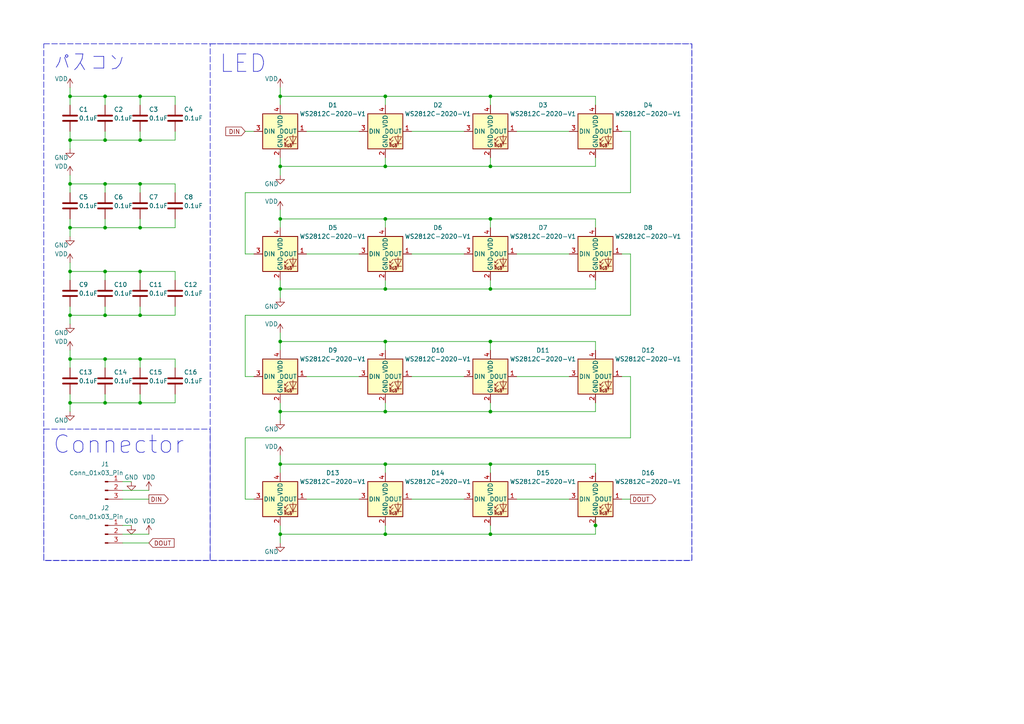
<source format=kicad_sch>
(kicad_sch (version 20230121) (generator eeschema)
  (paper "A4")
  (lib_symbols
    (symbol "Connector:Conn_01x03_Pin" (pin_names (offset 1.016) hide)
      (property "Reference" "J" (at 0 5.08 0))
      (property "Value" "Conn_01x03_Pin" (at 0 -5.08 0))
      (symbol "Conn_01x03_Pin_1_1"
        (polyline (pts (xy 1.27 -2.54) (xy 0.8636 -2.54)) (stroke (width 0.1524)))
        (polyline (pts (xy 1.27 0) (xy 0.8636 0)) (stroke (width 0.1524)))
        (polyline (pts (xy 1.27 2.54) (xy 0.8636 2.54)) (stroke (width 0.1524)))
        (rectangle (start 0.8636 -2.413) (end 0 -2.667) (stroke (width 0.1524)) (fill (type outline)))
        (rectangle (start 0.8636 0.127) (end 0 -0.127) (stroke (width 0.1524)) (fill (type outline)))
        (rectangle (start 0.8636 2.667) (end 0 2.413) (stroke (width 0.1524)) (fill (type outline)))
        (pin passive line (at 5.08 2.54 180) (length 3.81) (name "Pin_1") (number "1"))
        (pin passive line (at 5.08 0 180) (length 3.81) (name "Pin_2") (number "2"))
        (pin passive line (at 5.08 -2.54 180) (length 3.81) (name "Pin_3") (number "3"))
      )
    )
    (symbol "Device:C" (pin_numbers hide) (pin_names (offset 0.254))
      (property "Reference" "C" (at 0.635 2.54 0))
      (property "Value" "C" (at 0.635 -2.54 0))
      (symbol "C_0_1"
        (polyline (pts (xy -2.032 -0.762) (xy 2.032 -0.762)) (stroke (width 0.508)))
        (polyline (pts (xy -2.032 0.762) (xy 2.032 0.762)) (stroke (width 0.508)))
      )
      (symbol "C_1_1"
        (pin passive line (at 0 3.81 270) (length 2.794) (name "~") (number "1"))
        (pin passive line (at 0 -3.81 90) (length 2.794) (name "~") (number "2"))
      )
    )
    (symbol "NeoPixel:WS2812C-2020-V1" (pin_names (offset 0.254))
      (property "Reference" "D" (at 5.08 5.715 0))
      (property "Value" "WS2812C-2020-V1" (at 1.27 -5.715 0))
      (symbol "WS2812C-2020-V1_0_0"
        (text "RGB" (at 2.286 -4.191 0) (effects (font (size 0.762 0.762))))
      )
      (symbol "WS2812C-2020-V1_0_1"
        (polyline (pts (xy 1.27 -3.556) (xy 1.778 -3.556)))
        (polyline (pts (xy 1.27 -2.54) (xy 1.778 -2.54)))
        (polyline (pts (xy 4.699 -3.556) (xy 2.667 -3.556)))
        (polyline (pts (xy 2.286 -2.54) (xy 1.27 -3.556) (xy 1.27 -3.048)))
        (polyline (pts (xy 2.286 -1.524) (xy 1.27 -2.54) (xy 1.27 -2.032)))
        (polyline (pts (xy 3.683 -1.016) (xy 3.683 -3.556) (xy 3.683 -4.064)))
        (polyline (pts (xy 4.699 -1.524) (xy 2.667 -1.524) (xy 3.683 -3.556) (xy 4.699 -1.524)))
        (rectangle (start 5.08 5.08) (end -5.08 -5.08) (stroke (width 0.254)) (fill (type background)))
      )
      (symbol "WS2812C-2020-V1_1_1"
        (pin output line (at 7.62 0 180) (length 2.54) (name "DOUT") (number "1"))
        (pin power_in line (at 0 -7.62 90) (length 2.54) (name "GND") (number "2"))
        (pin input line (at -7.62 0 0) (length 2.54) (name "DIN") (number "3"))
        (pin power_in line (at 0 7.62 270) (length 2.54) (name "VDD") (number "4"))
      )
    )
    (symbol "power:GND" (power) (pin_names (offset 0))
      (property "Value" "GND" (at 0 -3.81 0))
      (symbol "GND_0_1"
        (polyline (pts (xy 0 0) (xy 0 -1.27) (xy 1.27 -1.27) (xy 0 -2.54) (xy -1.27 -1.27) (xy 0 -1.27)))
      )
      (symbol "GND_1_1"
        (pin power_in line (at 0 0 270) (length 0) hide (name "GND") (number "1"))
      )
    )
    (symbol "power:VDD" (power) (pin_names (offset 0))
      (property "Value" "VDD" (at 0 3.81 0))
      (symbol "VDD_0_1"
        (polyline (pts (xy -0.762 1.27) (xy 0 2.54)))
        (polyline (pts (xy 0 0) (xy 0 2.54)))
        (polyline (pts (xy 0 2.54) (xy 0.762 1.27)))
      )
      (symbol "VDD_1_1"
        (pin power_in line (at 0 0 90) (length 0) hide (name "VDD") (number "1"))
      )
    )
  )
  (junction (at 111.76 119.38))
  (junction (at 81.28 63.5))
  (junction (at 111.76 83.82))
  (junction (at 20.32 40.64))
  (junction (at 111.76 99.06))
  (junction (at 40.64 116.84))
  (junction (at 40.64 78.74))
  (junction (at 20.32 116.84))
  (junction (at 30.48 116.84))
  (junction (at 142.24 63.5))
  (junction (at 142.24 48.26))
  (junction (at 20.32 91.44))
  (junction (at 142.24 27.94))
  (junction (at 20.32 27.94))
  (junction (at 81.28 99.06))
  (junction (at 40.64 66.04))
  (junction (at 40.64 27.94))
  (junction (at 111.76 63.5))
  (junction (at 20.32 66.04))
  (junction (at 81.28 27.94))
  (junction (at 30.48 27.94))
  (junction (at 30.48 78.74))
  (junction (at 81.28 48.26))
  (junction (at 142.24 134.62))
  (junction (at 111.76 48.26))
  (junction (at 30.48 91.44))
  (junction (at 111.76 154.94))
  (junction (at 20.32 78.74))
  (junction (at 40.64 40.64))
  (junction (at 30.48 40.64))
  (junction (at 81.28 83.82))
  (junction (at 81.28 119.38))
  (junction (at 142.24 154.94))
  (junction (at 20.32 104.14))
  (junction (at 30.48 104.14))
  (junction (at 40.64 91.44))
  (junction (at 40.64 104.14))
  (junction (at 142.24 119.38))
  (junction (at 30.48 53.34))
  (junction (at 30.48 66.04))
  (junction (at 81.28 154.94))
  (junction (at 142.24 99.06))
  (junction (at 20.32 53.34))
  (junction (at 111.76 134.62))
  (junction (at 142.24 83.82))
  (junction (at 40.64 53.34))
  (junction (at 81.28 134.62))
  (junction (at 111.76 27.94))
  (junction (at 172.72 152.4))
  (wire (pts (xy 142.24 27.94) (xy 172.72 27.94)))
  (wire (pts (xy 172.72 99.06) (xy 172.72 101.6)))
  (wire (pts (xy 142.24 154.94) (xy 172.72 154.94)))
  (wire (pts (xy 111.76 27.94) (xy 111.76 30.48)))
  (wire (pts (xy 50.8 53.34) (xy 50.8 55.88)))
  (wire (pts (xy 81.28 60.96) (xy 81.28 63.5)))
  (wire (pts (xy 142.24 63.5) (xy 172.72 63.5)))
  (wire (pts (xy 20.32 27.94) (xy 30.48 27.94)))
  (wire (pts (xy 71.12 73.66) (xy 73.66 73.66)))
  (wire (pts (xy 50.8 38.1) (xy 50.8 40.64)))
  (wire (pts (xy 142.24 48.26) (xy 172.72 48.26)))
  (wire (pts (xy 20.32 43.18) (xy 20.32 40.64)))
  (wire (pts (xy 81.28 25.4) (xy 81.28 27.94)))
  (wire (pts (xy 182.88 91.44) (xy 71.12 91.44)))
  (wire (pts (xy 40.64 104.14) (xy 50.8 104.14)))
  (wire (pts (xy 30.48 88.9) (xy 30.48 91.44)))
  (wire (pts (xy 172.72 134.62) (xy 172.72 137.16)))
  (wire (pts (xy 81.28 30.48) (xy 81.28 27.94)))
  (wire (pts (xy 20.32 68.58) (xy 20.32 66.04)))
  (wire (pts (xy 20.32 53.34) (xy 30.48 53.34)))
  (wire (pts (xy 149.86 38.1) (xy 165.1 38.1)))
  (wire (pts (xy 142.24 99.06) (xy 142.24 101.6)))
  (wire (pts (xy 71.12 91.44) (xy 71.12 109.22)))
  (wire (pts (xy 30.48 91.44) (xy 20.32 91.44)))
  (wire (pts (xy 172.72 152.4) (xy 172.72 149.86)))
  (wire (pts (xy 40.64 78.74) (xy 50.8 78.74)))
  (wire (pts (xy 50.8 114.3) (xy 50.8 116.84)))
  (wire (pts (xy 71.12 127) (xy 71.12 144.78)))
  (wire (pts (xy 30.48 78.74) (xy 40.64 78.74)))
  (wire (pts (xy 35.56 154.94) (xy 43.18 154.94)))
  (wire (pts (xy 119.38 73.66) (xy 134.62 73.66)))
  (wire (pts (xy 71.12 109.22) (xy 73.66 109.22)))
  (wire (pts (xy 40.64 40.64) (xy 30.48 40.64)))
  (wire (pts (xy 30.48 27.94) (xy 30.48 30.48)))
  (wire (pts (xy 81.28 132.08) (xy 81.28 134.62)))
  (wire (pts (xy 182.88 38.1) (xy 182.88 55.88)))
  (wire (pts (xy 182.88 109.22) (xy 182.88 127)))
  (wire (pts (xy 88.9 73.66) (xy 104.14 73.66)))
  (wire (pts (xy 50.8 27.94) (xy 50.8 30.48)))
  (wire (pts (xy 142.24 83.82) (xy 172.72 83.82)))
  (wire (pts (xy 20.32 119.38) (xy 20.32 116.84)))
  (wire (pts (xy 182.88 127) (xy 71.12 127)))
  (wire (pts (xy 111.76 63.5) (xy 142.24 63.5)))
  (wire (pts (xy 142.24 134.62) (xy 172.72 134.62)))
  (wire (pts (xy 35.56 139.7) (xy 38.1 139.7)))
  (wire (pts (xy 20.32 78.74) (xy 20.32 81.28)))
  (wire (pts (xy 81.28 83.82) (xy 111.76 83.82)))
  (wire (pts (xy 35.56 152.4) (xy 38.1 152.4)))
  (wire (pts (xy 81.28 48.26) (xy 81.28 50.8)))
  (wire (pts (xy 81.28 116.84) (xy 81.28 119.38)))
  (wire (pts (xy 149.86 73.66) (xy 165.1 73.66)))
  (wire (pts (xy 180.34 109.22) (xy 182.88 109.22)))
  (wire (pts (xy 111.76 134.62) (xy 142.24 134.62)))
  (wire (pts (xy 142.24 119.38) (xy 172.72 119.38)))
  (wire (pts (xy 20.32 27.94) (xy 20.32 30.48)))
  (wire (pts (xy 20.32 101.6) (xy 20.32 104.14)))
  (wire (pts (xy 30.48 63.5) (xy 30.48 66.04)))
  (wire (pts (xy 50.8 66.04) (xy 40.64 66.04)))
  (wire (pts (xy 71.12 144.78) (xy 73.66 144.78)))
  (wire (pts (xy 35.56 157.48) (xy 43.18 157.48)))
  (wire (pts (xy 20.32 76.2) (xy 20.32 78.74)))
  (wire (pts (xy 142.24 152.4) (xy 142.24 154.94)))
  (wire (pts (xy 81.28 119.38) (xy 81.28 121.92)))
  (wire (pts (xy 30.48 40.64) (xy 20.32 40.64)))
  (wire (pts (xy 172.72 154.94) (xy 172.72 152.4)))
  (wire (pts (xy 81.28 83.82) (xy 81.28 86.36)))
  (wire (pts (xy 88.9 144.78) (xy 104.14 144.78)))
  (wire (pts (xy 20.32 104.14) (xy 20.32 106.68)))
  (wire (pts (xy 30.48 104.14) (xy 40.64 104.14)))
  (wire (pts (xy 20.32 88.9) (xy 20.32 91.44)))
  (wire (pts (xy 40.64 27.94) (xy 40.64 30.48)))
  (wire (pts (xy 40.64 114.3) (xy 40.64 116.84)))
  (wire (pts (xy 20.32 53.34) (xy 20.32 55.88)))
  (wire (pts (xy 71.12 55.88) (xy 182.88 55.88)))
  (wire (pts (xy 40.64 66.04) (xy 30.48 66.04)))
  (wire (pts (xy 172.72 48.26) (xy 172.72 45.72)))
  (wire (pts (xy 40.64 63.5) (xy 40.64 66.04)))
  (wire (pts (xy 81.28 99.06) (xy 111.76 99.06)))
  (wire (pts (xy 149.86 144.78) (xy 165.1 144.78)))
  (wire (pts (xy 142.24 99.06) (xy 172.72 99.06)))
  (wire (pts (xy 71.12 55.88) (xy 71.12 73.66)))
  (wire (pts (xy 20.32 25.4) (xy 20.32 27.94)))
  (wire (pts (xy 111.76 99.06) (xy 142.24 99.06)))
  (wire (pts (xy 40.64 27.94) (xy 50.8 27.94)))
  (wire (pts (xy 81.28 66.04) (xy 81.28 63.5)))
  (wire (pts (xy 119.38 38.1) (xy 134.62 38.1)))
  (wire (pts (xy 111.76 119.38) (xy 142.24 119.38)))
  (wire (pts (xy 111.76 83.82) (xy 142.24 83.82)))
  (wire (pts (xy 40.64 78.74) (xy 40.64 81.28)))
  (wire (pts (xy 111.76 48.26) (xy 142.24 48.26)))
  (wire (pts (xy 30.48 116.84) (xy 20.32 116.84)))
  (wire (pts (xy 50.8 88.9) (xy 50.8 91.44)))
  (wire (pts (xy 142.24 45.72) (xy 142.24 48.26)))
  (wire (pts (xy 172.72 63.5) (xy 172.72 66.04)))
  (wire (pts (xy 182.88 73.66) (xy 182.88 91.44)))
  (wire (pts (xy 20.32 78.74) (xy 30.48 78.74)))
  (wire (pts (xy 142.24 63.5) (xy 142.24 66.04)))
  (wire (pts (xy 40.64 88.9) (xy 40.64 91.44)))
  (wire (pts (xy 30.48 78.74) (xy 30.48 81.28)))
  (wire (pts (xy 40.64 38.1) (xy 40.64 40.64)))
  (wire (pts (xy 142.24 116.84) (xy 142.24 119.38)))
  (wire (pts (xy 88.9 109.22) (xy 104.14 109.22)))
  (wire (pts (xy 81.28 154.94) (xy 111.76 154.94)))
  (wire (pts (xy 142.24 134.62) (xy 142.24 137.16)))
  (wire (pts (xy 20.32 63.5) (xy 20.32 66.04)))
  (wire (pts (xy 30.48 66.04) (xy 20.32 66.04)))
  (wire (pts (xy 111.76 63.5) (xy 111.76 66.04)))
  (wire (pts (xy 81.28 81.28) (xy 81.28 83.82)))
  (wire (pts (xy 81.28 27.94) (xy 111.76 27.94)))
  (wire (pts (xy 20.32 114.3) (xy 20.32 116.84)))
  (wire (pts (xy 20.32 93.98) (xy 20.32 91.44)))
  (wire (pts (xy 20.32 50.8) (xy 20.32 53.34)))
  (wire (pts (xy 30.48 114.3) (xy 30.48 116.84)))
  (wire (pts (xy 40.64 116.84) (xy 30.48 116.84)))
  (wire (pts (xy 30.48 27.94) (xy 40.64 27.94)))
  (wire (pts (xy 30.48 104.14) (xy 30.48 106.68)))
  (wire (pts (xy 40.64 53.34) (xy 50.8 53.34)))
  (wire (pts (xy 172.72 119.38) (xy 172.72 116.84)))
  (wire (pts (xy 81.28 48.26) (xy 111.76 48.26)))
  (wire (pts (xy 172.72 27.94) (xy 172.72 30.48)))
  (wire (pts (xy 50.8 104.14) (xy 50.8 106.68)))
  (wire (pts (xy 81.28 101.6) (xy 81.28 99.06)))
  (wire (pts (xy 40.64 91.44) (xy 30.48 91.44)))
  (wire (pts (xy 111.76 134.62) (xy 111.76 137.16)))
  (wire (pts (xy 111.76 27.94) (xy 142.24 27.94)))
  (wire (pts (xy 20.32 38.1) (xy 20.32 40.64)))
  (wire (pts (xy 81.28 154.94) (xy 81.28 157.48)))
  (wire (pts (xy 40.64 53.34) (xy 40.64 55.88)))
  (wire (pts (xy 35.56 142.24) (xy 43.18 142.24)))
  (wire (pts (xy 180.34 38.1) (xy 182.88 38.1)))
  (wire (pts (xy 50.8 78.74) (xy 50.8 81.28)))
  (wire (pts (xy 142.24 81.28) (xy 142.24 83.82)))
  (wire (pts (xy 81.28 119.38) (xy 111.76 119.38)))
  (wire (pts (xy 180.34 144.78) (xy 182.88 144.78)))
  (wire (pts (xy 30.48 38.1) (xy 30.48 40.64)))
  (wire (pts (xy 119.38 144.78) (xy 134.62 144.78)))
  (wire (pts (xy 81.28 134.62) (xy 111.76 134.62)))
  (wire (pts (xy 119.38 109.22) (xy 134.62 109.22)))
  (wire (pts (xy 81.28 152.4) (xy 81.28 154.94)))
  (wire (pts (xy 111.76 45.72) (xy 111.76 48.26)))
  (wire (pts (xy 81.28 96.52) (xy 81.28 99.06)))
  (wire (pts (xy 81.28 63.5) (xy 111.76 63.5)))
  (wire (pts (xy 50.8 116.84) (xy 40.64 116.84)))
  (wire (pts (xy 20.32 104.14) (xy 30.48 104.14)))
  (wire (pts (xy 111.76 81.28) (xy 111.76 83.82)))
  (wire (pts (xy 88.9 38.1) (xy 104.14 38.1)))
  (wire (pts (xy 50.8 63.5) (xy 50.8 66.04)))
  (wire (pts (xy 111.76 152.4) (xy 111.76 154.94)))
  (wire (pts (xy 81.28 45.72) (xy 81.28 48.26)))
  (wire (pts (xy 40.64 104.14) (xy 40.64 106.68)))
  (wire (pts (xy 172.72 83.82) (xy 172.72 81.28)))
  (wire (pts (xy 180.34 73.66) (xy 182.88 73.66)))
  (wire (pts (xy 81.28 137.16) (xy 81.28 134.62)))
  (wire (pts (xy 30.48 53.34) (xy 40.64 53.34)))
  (wire (pts (xy 142.24 27.94) (xy 142.24 30.48)))
  (wire (pts (xy 35.56 144.78) (xy 43.18 144.78)))
  (wire (pts (xy 71.12 38.1) (xy 73.66 38.1)))
  (wire (pts (xy 149.86 109.22) (xy 165.1 109.22)))
  (wire (pts (xy 111.76 99.06) (xy 111.76 101.6)))
  (wire (pts (xy 111.76 116.84) (xy 111.76 119.38)))
  (wire (pts (xy 111.76 154.94) (xy 142.24 154.94)))
  (wire (pts (xy 50.8 91.44) (xy 40.64 91.44)))
  (wire (pts (xy 30.48 53.34) (xy 30.48 55.88)))
  (wire (pts (xy 50.8 40.64) (xy 40.64 40.64)))
  (rectangle (start 60.96 12.7) (end 200.66 162.56) (stroke (width 0) (type dash)))
  (rectangle (start 12.7 124.46) (end 60.96 162.56) (stroke (width 0) (type dash)))
  (rectangle (start 12.7 12.7) (end 200.66 162.56) (stroke (width 0) (type dash)))
  (text "LED" (at 63.5 21.59 0) (effects (font (size 5.08 5.08)) (justify left bottom)))
  (text "Connector" (at 15.24 132.08 0) (effects (font (size 5.08 5.08)) (justify left bottom)))
  (text "パスコン" (at 15.24 21.59 0) (effects (font (size 5.08 5.08)) (justify left bottom)))
  (global_label "DOUT" (shape input) (at 43.18 157.48 0) (property "Intersheetrefs" "${INTERSHEET_REFS}" (effects hide)))
  (global_label "DIN" (shape output) (at 43.18 144.78 0) (property "Intersheetrefs" "${INTERSHEET_REFS}" (effects hide)))
  (global_label "DIN" (shape input) (at 71.12 38.1 180) (property "Intersheetrefs" "${INTERSHEET_REFS}" (effects hide)))
  (global_label "DOUT" (shape output) (at 182.88 144.78 0) (property "Intersheetrefs" "${INTERSHEET_REFS}" (effects hide)))
  (symbol (lib_id "NeoPixel:WS2812C-2020-V1") (at 111.76 144.78 0) (unit 1)
    (property "Reference" "D14" (at 127 137.16 0))
    (property "Value" "WS2812C-2020-V1" (at 127 139.7 0))
    (property "Footprint" "NeoPixel:WS2812C-2020-V1" (effects hide))
  )
  (symbol (lib_id "power:VDD") (at 81.28 60.96 0) (unit 1)
    (property "Reference" "#PWR03" (effects hide))
    (property "Value" "VDD" (at 78.74 58.42 0))
  )
  (symbol (lib_id "power:VDD") (at 81.28 96.52 0) (unit 1)
    (property "Reference" "#PWR05" (effects hide))
    (property "Value" "VDD" (at 78.74 93.98 0))
  )
  (symbol (lib_id "Device:C") (at 50.8 110.49 0) (unit 1)
    (property "Reference" "C16" (at 53.34 107.95 0) (effects (justify left)))
    (property "Value" "0.1uF" (at 53.34 110.49 0) (effects (justify left)))
    (property "Footprint" "Capacitor_SMD:C_0603_1608Metric_Pad1.08x0.95mm_HandSolder" (effects hide))
  )
  (symbol (lib_id "power:GND") (at 20.32 68.58 0) (unit 1)
    (property "Reference" "#PWR012" (effects hide))
    (property "Value" "GND" (at 17.78 71.12 0))
  )
  (symbol (lib_id "power:GND") (at 20.32 119.38 0) (unit 1)
    (property "Reference" "#PWR016" (effects hide))
    (property "Value" "GND" (at 17.78 121.92 0))
  )
  (symbol (lib_id "power:VDD") (at 20.32 76.2 0) (unit 1)
    (property "Reference" "#PWR013" (effects hide))
    (property "Value" "VDD" (at 17.78 73.66 0))
  )
  (symbol (lib_id "NeoPixel:WS2812C-2020-V1") (at 81.28 73.66 0) (unit 1)
    (property "Reference" "D5" (at 96.52 66.04 0))
    (property "Value" "WS2812C-2020-V1" (at 96.52 68.58 0))
    (property "Footprint" "NeoPixel:WS2812C-2020-V1" (effects hide))
  )
  (symbol (lib_id "Device:C") (at 30.48 34.29 0) (unit 1)
    (property "Reference" "C2" (at 33.02 31.75 0) (effects (justify left)))
    (property "Value" "0.1uF" (at 33.02 34.29 0) (effects (justify left)))
    (property "Footprint" "Capacitor_SMD:C_0603_1608Metric_Pad1.08x0.95mm_HandSolder" (effects hide))
  )
  (symbol (lib_id "power:GND") (at 81.28 86.36 0) (unit 1)
    (property "Reference" "#PWR04" (effects hide))
    (property "Value" "GND" (at 78.74 88.9 0))
  )
  (symbol (lib_id "NeoPixel:WS2812C-2020-V1") (at 172.72 144.78 0) (unit 1)
    (property "Reference" "D16" (at 187.96 137.16 0))
    (property "Value" "WS2812C-2020-V1" (at 187.96 139.7 0))
    (property "Footprint" "NeoPixel:WS2812C-2020-V1" (effects hide))
  )
  (symbol (lib_id "Device:C") (at 20.32 59.69 0) (unit 1)
    (property "Reference" "C5" (at 22.86 57.15 0) (effects (justify left)))
    (property "Value" "0.1uF" (at 22.86 59.69 0) (effects (justify left)))
    (property "Footprint" "Capacitor_SMD:C_0603_1608Metric_Pad1.08x0.95mm_HandSolder" (effects hide))
  )
  (symbol (lib_id "power:VDD") (at 20.32 50.8 0) (unit 1)
    (property "Reference" "#PWR011" (effects hide))
    (property "Value" "VDD" (at 17.78 48.26 0))
  )
  (symbol (lib_id "power:GND") (at 81.28 50.8 0) (unit 1)
    (property "Reference" "#PWR01" (effects hide))
    (property "Value" "GND" (at 78.74 53.34 0))
  )
  (symbol (lib_id "Device:C") (at 40.64 110.49 0) (unit 1)
    (property "Reference" "C15" (at 43.18 107.95 0) (effects (justify left)))
    (property "Value" "0.1uF" (at 43.18 110.49 0) (effects (justify left)))
    (property "Footprint" "Capacitor_SMD:C_0603_1608Metric_Pad1.08x0.95mm_HandSolder" (effects hide))
  )
  (symbol (lib_id "power:GND") (at 38.1 139.7 0) (unit 1)
    (property "Reference" "#PWR017" (effects hide))
    (property "Value" "GND" (at 38.1 138.43 0))
  )
  (symbol (lib_id "power:GND") (at 81.28 121.92 0) (unit 1)
    (property "Reference" "#PWR06" (effects hide))
    (property "Value" "GND" (at 78.74 124.46 0))
  )
  (symbol (lib_id "Device:C") (at 50.8 85.09 0) (unit 1)
    (property "Reference" "C12" (at 53.34 82.55 0) (effects (justify left)))
    (property "Value" "0.1uF" (at 53.34 85.09 0) (effects (justify left)))
    (property "Footprint" "Capacitor_SMD:C_0603_1608Metric_Pad1.08x0.95mm_HandSolder" (effects hide))
  )
  (symbol (lib_id "Device:C") (at 40.64 34.29 0) (unit 1)
    (property "Reference" "C3" (at 43.18 31.75 0) (effects (justify left)))
    (property "Value" "0.1uF" (at 43.18 34.29 0) (effects (justify left)))
    (property "Footprint" "Capacitor_SMD:C_0603_1608Metric_Pad1.08x0.95mm_HandSolder" (effects hide))
  )
  (symbol (lib_id "NeoPixel:WS2812C-2020-V1") (at 172.72 73.66 0) (unit 1)
    (property "Reference" "D8" (at 187.96 66.04 0))
    (property "Value" "WS2812C-2020-V1" (at 187.96 68.58 0))
    (property "Footprint" "NeoPixel:WS2812C-2020-V1" (effects hide))
  )
  (symbol (lib_id "NeoPixel:WS2812C-2020-V1") (at 111.76 109.22 0) (unit 1)
    (property "Reference" "D10" (at 127 101.6 0))
    (property "Value" "WS2812C-2020-V1" (at 127 104.14 0))
    (property "Footprint" "NeoPixel:WS2812C-2020-V1" (effects hide))
  )
  (symbol (lib_id "Device:C") (at 30.48 85.09 0) (unit 1)
    (property "Reference" "C10" (at 33.02 82.55 0) (effects (justify left)))
    (property "Value" "0.1uF" (at 33.02 85.09 0) (effects (justify left)))
    (property "Footprint" "Capacitor_SMD:C_0603_1608Metric_Pad1.08x0.95mm_HandSolder" (effects hide))
  )
  (symbol (lib_id "Device:C") (at 30.48 59.69 0) (unit 1)
    (property "Reference" "C6" (at 33.02 57.15 0) (effects (justify left)))
    (property "Value" "0.1uF" (at 33.02 59.69 0) (effects (justify left)))
    (property "Footprint" "Capacitor_SMD:C_0603_1608Metric_Pad1.08x0.95mm_HandSolder" (effects hide))
  )
  (symbol (lib_id "power:GND") (at 38.1 152.4 0) (unit 1)
    (property "Reference" "#PWR019" (effects hide))
    (property "Value" "GND" (at 38.1 151.13 0))
  )
  (symbol (lib_id "Device:C") (at 20.32 34.29 0) (unit 1)
    (property "Reference" "C1" (at 22.86 31.75 0) (effects (justify left)))
    (property "Value" "0.1uF" (at 22.86 34.29 0) (effects (justify left)))
    (property "Footprint" "Capacitor_SMD:C_0603_1608Metric_Pad1.08x0.95mm_HandSolder" (effects hide))
  )
  (symbol (lib_id "NeoPixel:WS2812C-2020-V1") (at 142.24 144.78 0) (unit 1)
    (property "Reference" "D15" (at 157.48 137.16 0))
    (property "Value" "WS2812C-2020-V1" (at 157.48 139.7 0))
    (property "Footprint" "NeoPixel:WS2812C-2020-V1" (effects hide))
  )
  (symbol (lib_id "NeoPixel:WS2812C-2020-V1") (at 81.28 109.22 0) (unit 1)
    (property "Reference" "D9" (at 96.52 101.6 0))
    (property "Value" "WS2812C-2020-V1" (at 96.52 104.14 0))
    (property "Footprint" "NeoPixel:WS2812C-2020-V1" (effects hide))
  )
  (symbol (lib_id "power:VDD") (at 81.28 25.4 0) (unit 1)
    (property "Reference" "#PWR02" (effects hide))
    (property "Value" "VDD" (at 78.74 22.86 0))
  )
  (symbol (lib_id "NeoPixel:WS2812C-2020-V1") (at 81.28 38.1 0) (unit 1)
    (property "Reference" "D1" (at 96.52 30.48 0))
    (property "Value" "WS2812C-2020-V1" (at 96.52 33.02 0))
    (property "Footprint" "NeoPixel:WS2812C-2020-V1" (effects hide))
  )
  (symbol (lib_id "Device:C") (at 40.64 85.09 0) (unit 1)
    (property "Reference" "C11" (at 43.18 82.55 0) (effects (justify left)))
    (property "Value" "0.1uF" (at 43.18 85.09 0) (effects (justify left)))
    (property "Footprint" "Capacitor_SMD:C_0603_1608Metric_Pad1.08x0.95mm_HandSolder" (effects hide))
  )
  (symbol (lib_id "power:VDD") (at 20.32 25.4 0) (unit 1)
    (property "Reference" "#PWR010" (effects hide))
    (property "Value" "VDD" (at 17.78 22.86 0))
  )
  (symbol (lib_id "power:GND") (at 20.32 93.98 0) (unit 1)
    (property "Reference" "#PWR014" (effects hide))
    (property "Value" "GND" (at 17.78 96.52 0))
  )
  (symbol (lib_id "NeoPixel:WS2812C-2020-V1") (at 142.24 109.22 0) (unit 1)
    (property "Reference" "D11" (at 157.48 101.6 0))
    (property "Value" "WS2812C-2020-V1" (at 157.48 104.14 0))
    (property "Footprint" "NeoPixel:WS2812C-2020-V1" (effects hide))
  )
  (symbol (lib_id "power:VDD") (at 81.28 132.08 0) (unit 1)
    (property "Reference" "#PWR07" (effects hide))
    (property "Value" "VDD" (at 78.74 129.54 0))
  )
  (symbol (lib_id "NeoPixel:WS2812C-2020-V1") (at 81.28 144.78 0) (unit 1)
    (property "Reference" "D13" (at 96.52 137.16 0))
    (property "Value" "WS2812C-2020-V1" (at 96.52 139.7 0))
    (property "Footprint" "NeoPixel:WS2812C-2020-V1" (effects hide))
  )
  (symbol (lib_id "power:VDD") (at 43.18 142.24 0) (unit 1)
    (property "Reference" "#PWR018" (effects hide))
    (property "Value" "VDD" (at 43.18 138.43 0))
  )
  (symbol (lib_id "Device:C") (at 20.32 85.09 0) (unit 1)
    (property "Reference" "C9" (at 22.86 82.55 0) (effects (justify left)))
    (property "Value" "0.1uF" (at 22.86 85.09 0) (effects (justify left)))
    (property "Footprint" "Capacitor_SMD:C_0603_1608Metric_Pad1.08x0.95mm_HandSolder" (effects hide))
  )
  (symbol (lib_id "power:VDD") (at 43.18 154.94 0) (unit 1)
    (property "Reference" "#PWR020" (effects hide))
    (property "Value" "VDD" (at 43.18 151.13 0))
  )
  (symbol (lib_id "power:VDD") (at 20.32 101.6 0) (unit 1)
    (property "Reference" "#PWR015" (effects hide))
    (property "Value" "VDD" (at 17.78 99.06 0))
  )
  (symbol (lib_id "power:GND") (at 20.32 43.18 0) (unit 1)
    (property "Reference" "#PWR09" (effects hide))
    (property "Value" "GND" (at 17.78 45.72 0))
  )
  (symbol (lib_id "Connector:Conn_01x03_Pin") (at 30.48 154.94 0) (unit 1)
    (property "Reference" "J2" (at 30.48 147.32 0))
    (property "Value" "Conn_01x03_Pin" (at 27.94 149.86 0))
    (property "Footprint" "Connector_JST:JST_PH_B3B-PH-K_1x03_P2.00mm_Vertical" (effects hide))
  )
  (symbol (lib_id "Device:C") (at 40.64 59.69 0) (unit 1)
    (property "Reference" "C7" (at 43.18 57.15 0) (effects (justify left)))
    (property "Value" "0.1uF" (at 43.18 59.69 0) (effects (justify left)))
    (property "Footprint" "Capacitor_SMD:C_0603_1608Metric_Pad1.08x0.95mm_HandSolder" (effects hide))
  )
  (symbol (lib_id "NeoPixel:WS2812C-2020-V1") (at 142.24 38.1 0) (unit 1)
    (property "Reference" "D3" (at 157.48 30.48 0))
    (property "Value" "WS2812C-2020-V1" (at 157.48 33.02 0))
    (property "Footprint" "NeoPixel:WS2812C-2020-V1" (effects hide))
  )
  (symbol (lib_id "Device:C") (at 50.8 34.29 0) (unit 1)
    (property "Reference" "C4" (at 53.34 31.75 0) (effects (justify left)))
    (property "Value" "0.1uF" (at 53.34 34.29 0) (effects (justify left)))
    (property "Footprint" "Capacitor_SMD:C_0603_1608Metric_Pad1.08x0.95mm_HandSolder" (effects hide))
  )
  (symbol (lib_id "Device:C") (at 50.8 59.69 0) (unit 1)
    (property "Reference" "C8" (at 53.34 57.15 0) (effects (justify left)))
    (property "Value" "0.1uF" (at 53.34 59.69 0) (effects (justify left)))
    (property "Footprint" "Capacitor_SMD:C_0603_1608Metric_Pad1.08x0.95mm_HandSolder" (effects hide))
  )
  (symbol (lib_id "Device:C") (at 30.48 110.49 0) (unit 1)
    (property "Reference" "C14" (at 33.02 107.95 0) (effects (justify left)))
    (property "Value" "0.1uF" (at 33.02 110.49 0) (effects (justify left)))
    (property "Footprint" "Capacitor_SMD:C_0603_1608Metric_Pad1.08x0.95mm_HandSolder" (effects hide))
  )
  (symbol (lib_id "Device:C") (at 20.32 110.49 0) (unit 1)
    (property "Reference" "C13" (at 22.86 107.95 0) (effects (justify left)))
    (property "Value" "0.1uF" (at 22.86 110.49 0) (effects (justify left)))
    (property "Footprint" "Capacitor_SMD:C_0603_1608Metric_Pad1.08x0.95mm_HandSolder" (effects hide))
  )
  (symbol (lib_id "power:GND") (at 81.28 157.48 0) (unit 1)
    (property "Reference" "#PWR08" (effects hide))
    (property "Value" "GND" (at 78.74 160.02 0))
  )
  (symbol (lib_id "NeoPixel:WS2812C-2020-V1") (at 111.76 73.66 0) (unit 1)
    (property "Reference" "D6" (at 127 66.04 0))
    (property "Value" "WS2812C-2020-V1" (at 127 68.58 0))
    (property "Footprint" "NeoPixel:WS2812C-2020-V1" (effects hide))
  )
  (symbol (lib_id "NeoPixel:WS2812C-2020-V1") (at 172.72 109.22 0) (unit 1)
    (property "Reference" "D12" (at 187.96 101.6 0))
    (property "Value" "WS2812C-2020-V1" (at 187.96 104.14 0))
    (property "Footprint" "NeoPixel:WS2812C-2020-V1" (effects hide))
  )
  (symbol (lib_id "Connector:Conn_01x03_Pin") (at 30.48 142.24 0) (unit 1)
    (property "Reference" "J1" (at 30.48 134.62 0))
    (property "Value" "Conn_01x03_Pin" (at 27.94 137.16 0))
    (property "Footprint" "Connector_JST:JST_PH_B3B-PH-K_1x03_P2.00mm_Vertical" (effects hide))
  )
  (symbol (lib_id "NeoPixel:WS2812C-2020-V1") (at 111.76 38.1 0) (unit 1)
    (property "Reference" "D2" (at 127 30.48 0))
    (property "Value" "WS2812C-2020-V1" (at 127 33.02 0))
    (property "Footprint" "NeoPixel:WS2812C-2020-V1" (effects hide))
  )
  (symbol (lib_id "NeoPixel:WS2812C-2020-V1") (at 142.24 73.66 0) (unit 1)
    (property "Reference" "D7" (at 157.48 66.04 0))
    (property "Value" "WS2812C-2020-V1" (at 157.48 68.58 0))
    (property "Footprint" "NeoPixel:WS2812C-2020-V1" (effects hide))
  )
  (symbol (lib_id "NeoPixel:WS2812C-2020-V1") (at 172.72 38.1 0) (unit 1)
    (property "Reference" "D4" (at 187.96 30.48 0))
    (property "Value" "WS2812C-2020-V1" (at 187.96 33.02 0))
    (property "Footprint" "NeoPixel:WS2812C-2020-V1" (effects hide))
  )
)
</source>
